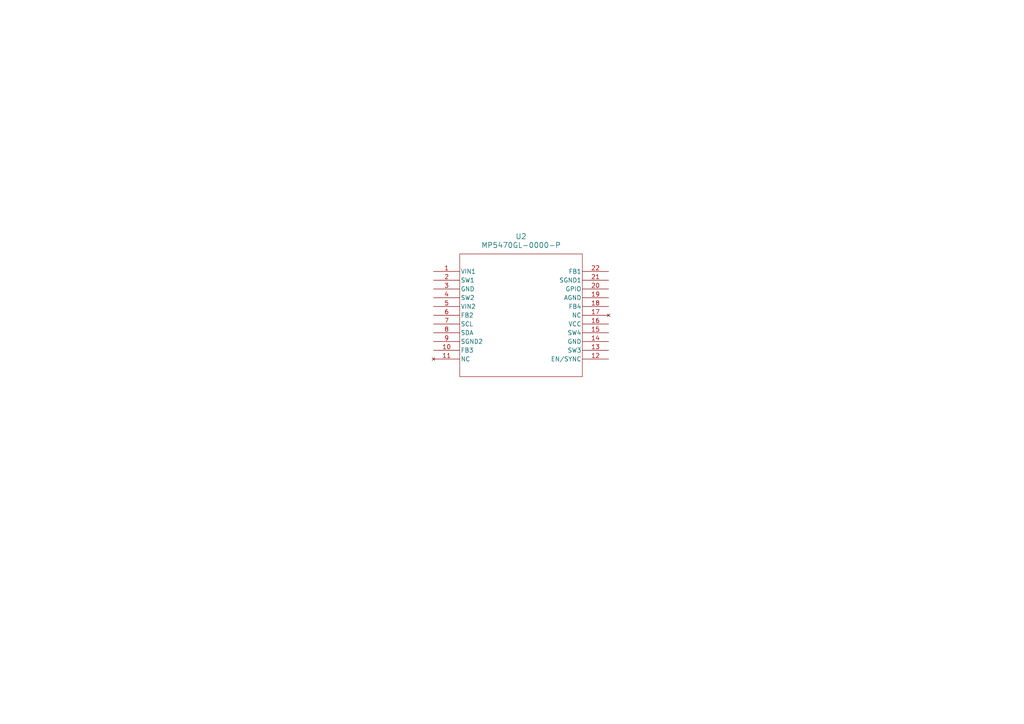
<source format=kicad_sch>
(kicad_sch (version 20231120) (generator "eeschema") (generator_version "8.0")
  (paper "A4")
  (lib_symbols
    (symbol "MP5470:MP5470GL-0000-P" (pin_names (offset 0.254))
      (property "Reference" "U" (at 25.4 10.16 0))
      (property "Value" "MP5470GL-0000-P" (at 25.4 7.62 0))
      (symbol "MP5470GL-0000-P_0_1"
        (polyline (pts (xy 7.62 -30.48) (xy 43.18 -30.48)) (stroke (width 0.127)))
        (polyline (pts (xy 7.62 5.08) (xy 7.62 -30.48)) (stroke (width 0.127)))
        (polyline (pts (xy 43.18 -30.48) (xy 43.18 5.08)) (stroke (width 0.127)))
        (polyline (pts (xy 43.18 5.08) (xy 7.62 5.08)) (stroke (width 0.127)))
        (pin power_in line (at 0 0 0) (length 7.62) (name "VIN1") (number "1"))
        (pin bidirectional line (at 0 -22.86 0) (length 7.62) (name "FB3") (number "10"))
        (pin no_connect line (at 0 -25.4 0) (length 7.62) (name "NC") (number "11"))
        (pin unspecified line (at 50.8 -25.4 180) (length 7.62) (name "EN/SYNC") (number "12"))
        (pin output line (at 50.8 -22.86 180) (length 7.62) (name "SW3") (number "13"))
        (pin power_out line (at 50.8 -20.32 180) (length 7.62) (name "GND") (number "14"))
        (pin output line (at 50.8 -17.78 180) (length 7.62) (name "SW4") (number "15"))
        (pin power_in line (at 50.8 -15.24 180) (length 7.62) (name "VCC") (number "16"))
        (pin no_connect line (at 50.8 -12.7 180) (length 7.62) (name "NC") (number "17"))
        (pin bidirectional line (at 50.8 -10.16 180) (length 7.62) (name "FB4") (number "18"))
        (pin power_out line (at 50.8 -7.62 180) (length 7.62) (name "AGND") (number "19"))
        (pin output line (at 0 -2.54 0) (length 7.62) (name "SW1") (number "2"))
        (pin bidirectional line (at 50.8 -5.08 180) (length 7.62) (name "GPIO") (number "20"))
        (pin power_out line (at 50.8 -2.54 180) (length 7.62) (name "SGND1") (number "21"))
        (pin bidirectional line (at 50.8 0 180) (length 7.62) (name "FB1") (number "22"))
        (pin power_out line (at 0 -5.08 0) (length 7.62) (name "GND") (number "3"))
        (pin output line (at 0 -7.62 0) (length 7.62) (name "SW2") (number "4"))
        (pin power_in line (at 0 -10.16 0) (length 7.62) (name "VIN2") (number "5"))
        (pin bidirectional line (at 0 -12.7 0) (length 7.62) (name "FB2") (number "6"))
        (pin input line (at 0 -15.24 0) (length 7.62) (name "SCL") (number "7"))
        (pin unspecified line (at 0 -17.78 0) (length 7.62) (name "SDA") (number "8"))
        (pin power_out line (at 0 -20.32 0) (length 7.62) (name "SGND2") (number "9"))
      )
    )
  )
  (symbol (lib_id "MP5470:MP5470GL-0000-P") (at 125.73 78.74 0) (unit 1)
    (property "Reference" "U2" (at 151.13 68.58 0) (effects (font (size 1.524 1.524))))
    (property "Value" "MP5470GL-0000-P" (at 151.13 71.12 0) (effects (font (size 1.524 1.524))))
    (property "Footprint" "QFN-3x4_MP5470_MNP" (effects (hide yes)))
    (property "Datasheet" "MP5470GL-0000-P" (effects (hide yes)))
  )
)
</source>
